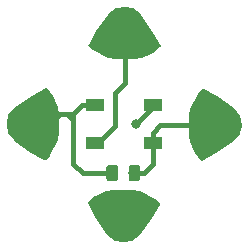
<source format=gtl>
G04 #@! TF.GenerationSoftware,KiCad,Pcbnew,5.1.2-1.fc30*
G04 #@! TF.CreationDate,2019-06-18T23:23:49+02:00*
G04 #@! TF.ProjectId,bricopixels,62726963-6f70-4697-9865-6c732e6b6963,1*
G04 #@! TF.SameCoordinates,Original*
G04 #@! TF.FileFunction,Copper,L1,Top*
G04 #@! TF.FilePolarity,Positive*
%FSLAX46Y46*%
G04 Gerber Fmt 4.6, Leading zero omitted, Abs format (unit mm)*
G04 Created by KiCad (PCBNEW 5.1.2-1.fc30) date 2019-06-18 23:23:49*
%MOMM*%
%LPD*%
G04 APERTURE LIST*
%ADD10R,1.500000X1.000000*%
%ADD11C,0.100000*%
%ADD12C,0.975000*%
%ADD13C,3.000000*%
%ADD14C,0.800000*%
%ADD15C,0.250000*%
%ADD16C,0.400000*%
G04 APERTURE END LIST*
D10*
X74255800Y-34366000D03*
X74255800Y-31166000D03*
X69355800Y-34366000D03*
X69355800Y-31166000D03*
D11*
G36*
X71036642Y-36207374D02*
G01*
X71060303Y-36210884D01*
X71083507Y-36216696D01*
X71106029Y-36224754D01*
X71127653Y-36234982D01*
X71148170Y-36247279D01*
X71167383Y-36261529D01*
X71185107Y-36277593D01*
X71201171Y-36295317D01*
X71215421Y-36314530D01*
X71227718Y-36335047D01*
X71237946Y-36356671D01*
X71246004Y-36379193D01*
X71251816Y-36402397D01*
X71255326Y-36426058D01*
X71256500Y-36449950D01*
X71256500Y-37362450D01*
X71255326Y-37386342D01*
X71251816Y-37410003D01*
X71246004Y-37433207D01*
X71237946Y-37455729D01*
X71227718Y-37477353D01*
X71215421Y-37497870D01*
X71201171Y-37517083D01*
X71185107Y-37534807D01*
X71167383Y-37550871D01*
X71148170Y-37565121D01*
X71127653Y-37577418D01*
X71106029Y-37587646D01*
X71083507Y-37595704D01*
X71060303Y-37601516D01*
X71036642Y-37605026D01*
X71012750Y-37606200D01*
X70525250Y-37606200D01*
X70501358Y-37605026D01*
X70477697Y-37601516D01*
X70454493Y-37595704D01*
X70431971Y-37587646D01*
X70410347Y-37577418D01*
X70389830Y-37565121D01*
X70370617Y-37550871D01*
X70352893Y-37534807D01*
X70336829Y-37517083D01*
X70322579Y-37497870D01*
X70310282Y-37477353D01*
X70300054Y-37455729D01*
X70291996Y-37433207D01*
X70286184Y-37410003D01*
X70282674Y-37386342D01*
X70281500Y-37362450D01*
X70281500Y-36449950D01*
X70282674Y-36426058D01*
X70286184Y-36402397D01*
X70291996Y-36379193D01*
X70300054Y-36356671D01*
X70310282Y-36335047D01*
X70322579Y-36314530D01*
X70336829Y-36295317D01*
X70352893Y-36277593D01*
X70370617Y-36261529D01*
X70389830Y-36247279D01*
X70410347Y-36234982D01*
X70431971Y-36224754D01*
X70454493Y-36216696D01*
X70477697Y-36210884D01*
X70501358Y-36207374D01*
X70525250Y-36206200D01*
X71012750Y-36206200D01*
X71036642Y-36207374D01*
X71036642Y-36207374D01*
G37*
D12*
X70769000Y-36906200D03*
D11*
G36*
X72911642Y-36207374D02*
G01*
X72935303Y-36210884D01*
X72958507Y-36216696D01*
X72981029Y-36224754D01*
X73002653Y-36234982D01*
X73023170Y-36247279D01*
X73042383Y-36261529D01*
X73060107Y-36277593D01*
X73076171Y-36295317D01*
X73090421Y-36314530D01*
X73102718Y-36335047D01*
X73112946Y-36356671D01*
X73121004Y-36379193D01*
X73126816Y-36402397D01*
X73130326Y-36426058D01*
X73131500Y-36449950D01*
X73131500Y-37362450D01*
X73130326Y-37386342D01*
X73126816Y-37410003D01*
X73121004Y-37433207D01*
X73112946Y-37455729D01*
X73102718Y-37477353D01*
X73090421Y-37497870D01*
X73076171Y-37517083D01*
X73060107Y-37534807D01*
X73042383Y-37550871D01*
X73023170Y-37565121D01*
X73002653Y-37577418D01*
X72981029Y-37587646D01*
X72958507Y-37595704D01*
X72935303Y-37601516D01*
X72911642Y-37605026D01*
X72887750Y-37606200D01*
X72400250Y-37606200D01*
X72376358Y-37605026D01*
X72352697Y-37601516D01*
X72329493Y-37595704D01*
X72306971Y-37587646D01*
X72285347Y-37577418D01*
X72264830Y-37565121D01*
X72245617Y-37550871D01*
X72227893Y-37534807D01*
X72211829Y-37517083D01*
X72197579Y-37497870D01*
X72185282Y-37477353D01*
X72175054Y-37455729D01*
X72166996Y-37433207D01*
X72161184Y-37410003D01*
X72157674Y-37386342D01*
X72156500Y-37362450D01*
X72156500Y-36449950D01*
X72157674Y-36426058D01*
X72161184Y-36402397D01*
X72166996Y-36379193D01*
X72175054Y-36356671D01*
X72185282Y-36335047D01*
X72197579Y-36314530D01*
X72211829Y-36295317D01*
X72227893Y-36277593D01*
X72245617Y-36261529D01*
X72264830Y-36247279D01*
X72285347Y-36234982D01*
X72306971Y-36224754D01*
X72329493Y-36216696D01*
X72352697Y-36210884D01*
X72376358Y-36207374D01*
X72400250Y-36206200D01*
X72887750Y-36206200D01*
X72911642Y-36207374D01*
X72911642Y-36207374D01*
G37*
D12*
X72644000Y-36906200D03*
D13*
X64058800Y-32689800D03*
D11*
G36*
X61826256Y-32675091D02*
G01*
X61953256Y-32040091D01*
X61957539Y-32026026D01*
X61968235Y-32007948D01*
X62476235Y-31372948D01*
X62486501Y-31362423D01*
X62493197Y-31357396D01*
X64017197Y-30341396D01*
X64022377Y-30338238D01*
X65165377Y-29703238D01*
X65178867Y-29697392D01*
X65193239Y-29694290D01*
X65207939Y-29694052D01*
X65222404Y-29696686D01*
X65236077Y-29702091D01*
X65248433Y-29710060D01*
X65260365Y-29721948D01*
X65768365Y-30356948D01*
X65778736Y-30374256D01*
X66159736Y-31263256D01*
X66164344Y-31278091D01*
X66291344Y-31913091D01*
X66292800Y-31927800D01*
X66292800Y-33451800D01*
X66291344Y-33466509D01*
X66164344Y-34101509D01*
X66157882Y-34120341D01*
X65522882Y-35390341D01*
X65515050Y-35402784D01*
X65508833Y-35409833D01*
X65127833Y-35790833D01*
X65116468Y-35800160D01*
X65103501Y-35807091D01*
X65089432Y-35811359D01*
X65074800Y-35812800D01*
X65060168Y-35811359D01*
X65046099Y-35807091D01*
X65038377Y-35803362D01*
X63895377Y-35168362D01*
X63887687Y-35163455D01*
X62490687Y-34147455D01*
X62476235Y-34133652D01*
X61968235Y-33498652D01*
X61960220Y-33486326D01*
X61954763Y-33472674D01*
X61952820Y-33464130D01*
X61825820Y-32702130D01*
X61824837Y-32687460D01*
X61826256Y-32675091D01*
X61826256Y-32675091D01*
G37*
D13*
X71882000Y-25044400D03*
D11*
G36*
X71896709Y-22811856D02*
G01*
X72531709Y-22938856D01*
X72545774Y-22943139D01*
X72563852Y-22953835D01*
X73198852Y-23461835D01*
X73209377Y-23472101D01*
X73214404Y-23478797D01*
X74230404Y-25002797D01*
X74233562Y-25007977D01*
X74868562Y-26150977D01*
X74874408Y-26164467D01*
X74877510Y-26178839D01*
X74877748Y-26193539D01*
X74875114Y-26208004D01*
X74869709Y-26221677D01*
X74861740Y-26234033D01*
X74849852Y-26245965D01*
X74214852Y-26753965D01*
X74197544Y-26764336D01*
X73308544Y-27145336D01*
X73293709Y-27149944D01*
X72658709Y-27276944D01*
X72644000Y-27278400D01*
X71120000Y-27278400D01*
X71105291Y-27276944D01*
X70470291Y-27149944D01*
X70451459Y-27143482D01*
X69181459Y-26508482D01*
X69169016Y-26500650D01*
X69161967Y-26494433D01*
X68780967Y-26113433D01*
X68771640Y-26102068D01*
X68764709Y-26089101D01*
X68760441Y-26075032D01*
X68759000Y-26060400D01*
X68760441Y-26045768D01*
X68764709Y-26031699D01*
X68768438Y-26023977D01*
X69403438Y-24880977D01*
X69408345Y-24873287D01*
X70424345Y-23476287D01*
X70438148Y-23461835D01*
X71073148Y-22953835D01*
X71085474Y-22945820D01*
X71099126Y-22940363D01*
X71107670Y-22938420D01*
X71869670Y-22811420D01*
X71884340Y-22810437D01*
X71896709Y-22811856D01*
X71896709Y-22811856D01*
G37*
D13*
X79502000Y-32867600D03*
D11*
G36*
X81734544Y-32882309D02*
G01*
X81607544Y-33517309D01*
X81603261Y-33531374D01*
X81592565Y-33549452D01*
X81084565Y-34184452D01*
X81074299Y-34194977D01*
X81067603Y-34200004D01*
X79543603Y-35216004D01*
X79538423Y-35219162D01*
X78395423Y-35854162D01*
X78381933Y-35860008D01*
X78367561Y-35863110D01*
X78352861Y-35863348D01*
X78338396Y-35860714D01*
X78324723Y-35855309D01*
X78312367Y-35847340D01*
X78300435Y-35835452D01*
X77792435Y-35200452D01*
X77782064Y-35183144D01*
X77401064Y-34294144D01*
X77396456Y-34279309D01*
X77269456Y-33644309D01*
X77268000Y-33629600D01*
X77268000Y-32105600D01*
X77269456Y-32090891D01*
X77396456Y-31455891D01*
X77402918Y-31437059D01*
X78037918Y-30167059D01*
X78045750Y-30154616D01*
X78051967Y-30147567D01*
X78432967Y-29766567D01*
X78444332Y-29757240D01*
X78457299Y-29750309D01*
X78471368Y-29746041D01*
X78486000Y-29744600D01*
X78500632Y-29746041D01*
X78514701Y-29750309D01*
X78522423Y-29754038D01*
X79665423Y-30389038D01*
X79673113Y-30393945D01*
X81070113Y-31409945D01*
X81084565Y-31423748D01*
X81592565Y-32058748D01*
X81600580Y-32071074D01*
X81606037Y-32084726D01*
X81607980Y-32093270D01*
X81734980Y-32855270D01*
X81735963Y-32869940D01*
X81734544Y-32882309D01*
X81734544Y-32882309D01*
G37*
D13*
X71678800Y-40538400D03*
D11*
G36*
X71664091Y-42770944D02*
G01*
X71029091Y-42643944D01*
X71015026Y-42639661D01*
X70996948Y-42628965D01*
X70361948Y-42120965D01*
X70351423Y-42110699D01*
X70346396Y-42104003D01*
X69330396Y-40580003D01*
X69327238Y-40574823D01*
X68692238Y-39431823D01*
X68686392Y-39418333D01*
X68683290Y-39403961D01*
X68683052Y-39389261D01*
X68685686Y-39374796D01*
X68691091Y-39361123D01*
X68699060Y-39348767D01*
X68710948Y-39336835D01*
X69345948Y-38828835D01*
X69363256Y-38818464D01*
X70252256Y-38437464D01*
X70267091Y-38432856D01*
X70902091Y-38305856D01*
X70916800Y-38304400D01*
X72440800Y-38304400D01*
X72455509Y-38305856D01*
X73090509Y-38432856D01*
X73109341Y-38439318D01*
X74379341Y-39074318D01*
X74391784Y-39082150D01*
X74398833Y-39088367D01*
X74779833Y-39469367D01*
X74789160Y-39480732D01*
X74796091Y-39493699D01*
X74800359Y-39507768D01*
X74801800Y-39522400D01*
X74800359Y-39537032D01*
X74796091Y-39551101D01*
X74792362Y-39558823D01*
X74157362Y-40701823D01*
X74152455Y-40709513D01*
X73136455Y-42106513D01*
X73122652Y-42120965D01*
X72487652Y-42628965D01*
X72475326Y-42636980D01*
X72461674Y-42642437D01*
X72453130Y-42644380D01*
X71691130Y-42771380D01*
X71676460Y-42772363D01*
X71664091Y-42770944D01*
X71664091Y-42770944D01*
G37*
D14*
X72821800Y-32766000D03*
D15*
X69605800Y-31166000D02*
X69355800Y-31166000D01*
X65582600Y-31166000D02*
X64058800Y-32689800D01*
D16*
X67487800Y-36118800D02*
X68275200Y-36906200D01*
X69355800Y-31166000D02*
X68205800Y-31166000D01*
X68275200Y-36906200D02*
X70769000Y-36906200D01*
X68205800Y-31166000D02*
X67487800Y-31884000D01*
X65557400Y-32689800D02*
X64058800Y-32689800D01*
X66363200Y-31884000D02*
X65557400Y-32689800D01*
X67005200Y-31953200D02*
X67487800Y-32435800D01*
X67005200Y-31884000D02*
X67005200Y-31953200D01*
X67487800Y-32435800D02*
X67487800Y-36118800D01*
X67005200Y-31884000D02*
X66363200Y-31884000D01*
X67487800Y-31884000D02*
X67487800Y-32435800D01*
X67487800Y-31884000D02*
X67005200Y-31884000D01*
D15*
X74244300Y-34377500D02*
X74255800Y-34366000D01*
D16*
X74255800Y-33466000D02*
X74255800Y-34366000D01*
X74854200Y-32867600D02*
X74255800Y-33466000D01*
X79502000Y-32867600D02*
X74854200Y-32867600D01*
X72644000Y-36906200D02*
X73507600Y-36906200D01*
X74255800Y-36158000D02*
X74255800Y-34366000D01*
X73507600Y-36906200D02*
X74255800Y-36158000D01*
X74255800Y-31166000D02*
X74255800Y-31332000D01*
X74255800Y-31332000D02*
X72821800Y-32766000D01*
X69605800Y-34366000D02*
X71043800Y-32928000D01*
X69355800Y-34366000D02*
X69605800Y-34366000D01*
X71043800Y-32928000D02*
X71043800Y-30124400D01*
X71882000Y-29286200D02*
X71882000Y-25044400D01*
X71043800Y-30124400D02*
X71882000Y-29286200D01*
M02*

</source>
